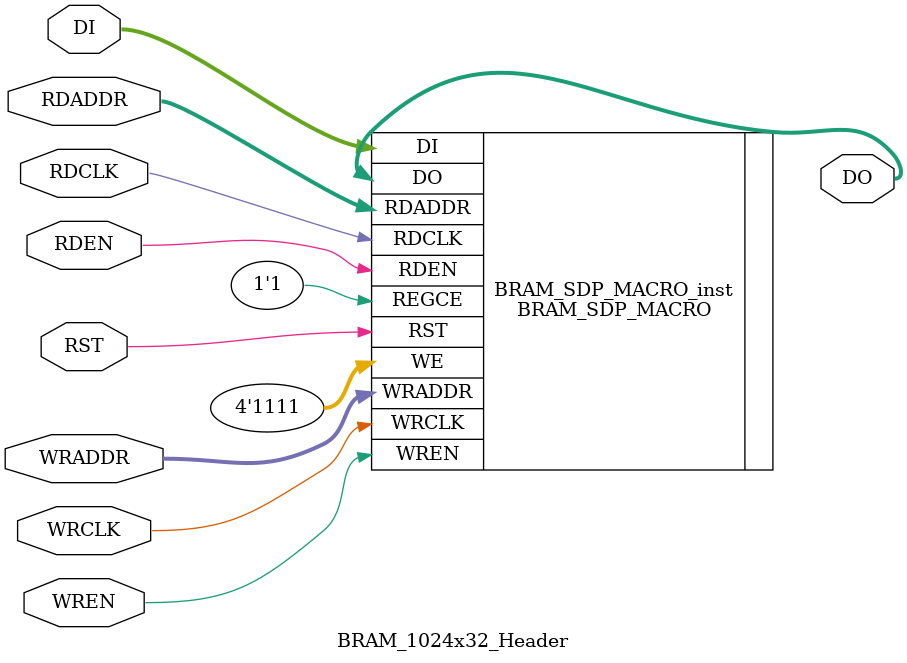
<source format=sv>


module BRAM_1024x32_Header(
    input  wire [31:0] DI,
    output logic [31:0] DO,
    input  wire  [9:0] RDADDR, WRADDR,
    input  wire RDCLK, WRCLK, RST,
    input  wire RDEN, WREN);


    ////////////////
    // BRAM SPECS //
    ////////////////

    ///////////////////////////////////////////////////////////////////////
    //  READ_WIDTH | BRAM_SIZE |  READ Depth | RDADDR Width |            //
    // WRITE_WIDTH |           | WRITE Depth | WRADDR Width |  WE Width  //
    // ============|===========|=============|==============|============//
    //    37-72    |   "36Kb"  |      512    |     9-bit    |    8-bit   //
    //    19-36    |   "36Kb"  |     1024    |    10-bit    |    4-bit   //
    //    19-36    |   "18Kb"  |      512    |     9-bit    |    4-bit   //
    //    10-18    |   "36Kb"  |     2048    |    11-bit    |    2-bit   //
    //    10-18    |   "18Kb"  |     1024    |    10-bit    |    2-bit   //
    //      5-9    |   "36Kb"  |     4096    |    12-bit    |    1-bit   //
    //      5-9    |   "18Kb"  |     2048    |    11-bit    |    1-bit   //
    //      3-4    |   "36Kb"  |     8192    |    13-bit    |    1-bit   //
    //      3-4    |   "18Kb"  |     4096    |    12-bit    |    1-bit   //
    //        2    |   "36Kb"  |    16384    |    14-bit    |    1-bit   //
    //        2    |   "18Kb"  |     8192    |    13-bit    |    1-bit   //
    //        1    |   "36Kb"  |    32768    |    15-bit    |    1-bit   //
    //        1    |   "18Kb"  |    16384    |    14-bit    |    1-bit   //
    ///////////////////////////////////////////////////////////////////////

    /////////////////////
    // BRAM PARAMETERS //
    /////////////////////

    BRAM_SDP_MACRO #(
    .BRAM_SIZE("36Kb"),             // Target BRAM, "18Kb" or "36Kb"
    .DEVICE("7SERIES"),             // Target device: "7SERIES"
    .WRITE_WIDTH(32),               // Valid values are 1-72 (37-72 only valid when BRAM_SIZE="36Kb")
    .READ_WIDTH(32),                // Valid values are 1-72 (37-72 only valid when BRAM_SIZE="36Kb")
    .DO_REG(0),                     // Optional output register (0 or 1)
    .INIT_FILE ("NONE"),            // Not sure what this is. I'll ignore it.
    .SIM_COLLISION_CHECK ("ALL"),   // "ALL", "WARNING_ONLY", "GENERATE_X_ONLY" or "NONE"
    .SRVAL(72'h000000000000000000), // Set/Reset value for port output
    .INIT(72'h000000000000000000),  // Initial values on output port
    .WRITE_MODE("READ_FIRST"),      // "READ_FIRST" for same or sync "WRITE_FIRST for async clocks
     ////////////////////
     // INITIAL VALUES //
     ////////////////////
    .INIT_00(256'h0000000000000000000000000000000000000000000000000000000000000000),
    .INIT_01(256'h0000000000000000000000000000000000000000000000000000000000000000),
    .INIT_02(256'h0000000000000000000000000000000000000000000000000000000000000000),
    .INIT_03(256'h0000000000000000000000000000000000000000000000000000000000000000),
    .INIT_04(256'h0000000000000000000000000000000000000000000000000000000000000000),
    .INIT_05(256'h0000000000000000000000000000000000000000000000000000000000000000),
    .INIT_06(256'h0000000000000000000000000000000000000000000000000000000000000000),
    .INIT_07(256'h0000000000000000000000000000000000000000000000000000000000000000),
    .INIT_08(256'h0000000000000000000000000000000000000000000000000000000000000000),
    .INIT_09(256'h0000000000000000000000000000000000000000000000000000000000000000),
    .INIT_0A(256'h0000000000000000000000000000000000000000000000000000000000000000),
    .INIT_0B(256'h0000000000000000000000000000000000000000000000000000000000000000),
    .INIT_0C(256'h0000000000000000000000000000000000000000000000000000000000000000),
    .INIT_0D(256'h0000000000000000000000000000000000000000000000000000000000000000),
    .INIT_0E(256'h0000000000000000000000000000000000000000000000000000000000000000),
    .INIT_0F(256'h0000000000000000000000000000000000000000000000000000000000000000),
    .INIT_10(256'h0000000000000000000000000000000000000000000000000000000000000000),
    .INIT_11(256'h0000000000000000000000000000000000000000000000000000000000000000),
    .INIT_12(256'h0000000000000000000000000000000000000000000000000000000000000000),
    .INIT_13(256'h0000000000000000000000000000000000000000000000000000000000000000),
    .INIT_14(256'h0000000000000000000000000000000000000000000000000000000000000000),
    .INIT_15(256'h0000000000000000000000000000000000000000000000000000000000000000),
    .INIT_16(256'h0000000000000000000000000000000000000000000000000000000000000000),
    .INIT_17(256'h0000000000000000000000000000000000000000000000000000000000000000),
    .INIT_18(256'h0000000000000000000000000000000000000000000000000000000000000000),
    .INIT_19(256'h0000000000000000000000000000000000000000000000000000000000000000),
    .INIT_1A(256'h0000000000000000000000000000000000000000000000000000000000000000),
    .INIT_1B(256'h0000000000000000000000000000000000000000000000000000000000000000),
    .INIT_1C(256'h0000000000000000000000000000000000000000000000000000000000000000),
    .INIT_1D(256'h0000000000000000000000000000000000000000000000000000000000000000),
    .INIT_1E(256'h0000000000000000000000000000000000000000000000000000000000000000),
    .INIT_1F(256'h0000000000000000000000000000000000000000000000000000000000000000),
    .INIT_20(256'h0000000000000000000000000000000000000000000000000000000000000000),
    .INIT_21(256'h0000000000000000000000000000000000000000000000000000000000000000),
    .INIT_22(256'h0000000000000000000000000000000000000000000000000000000000000000),
    .INIT_23(256'h0000000000000000000000000000000000000000000000000000000000000000),
    .INIT_24(256'h0000000000000000000000000000000000000000000000000000000000000000),
    .INIT_25(256'h0000000000000000000000000000000000000000000000000000000000000000),
    .INIT_26(256'h0000000000000000000000000000000000000000000000000000000000000000),
    .INIT_27(256'h0000000000000000000000000000000000000000000000000000000000000000),
    .INIT_28(256'h0000000000000000000000000000000000000000000000000000000000000000),
    .INIT_29(256'h0000000000000000000000000000000000000000000000000000000000000000),
    .INIT_2A(256'h0000000000000000000000000000000000000000000000000000000000000000),
    .INIT_2B(256'h0000000000000000000000000000000000000000000000000000000000000000),
    .INIT_2C(256'h0000000000000000000000000000000000000000000000000000000000000000),
    .INIT_2D(256'h0000000000000000000000000000000000000000000000000000000000000000),
    .INIT_2E(256'h0000000000000000000000000000000000000000000000000000000000000000),
    .INIT_2F(256'h0000000000000000000000000000000000000000000000000000000000000000),
    .INIT_30(256'h0000000000000000000000000000000000000000000000000000000000000000),
    .INIT_31(256'h0000000000000000000000000000000000000000000000000000000000000000),
    .INIT_32(256'h0000000000000000000000000000000000000000000000000000000000000000),
    .INIT_33(256'h0000000000000000000000000000000000000000000000000000000000000000),
    .INIT_34(256'h0000000000000000000000000000000000000000000000000000000000000000),
    .INIT_35(256'h0000000000000000000000000000000000000000000000000000000000000000),
    .INIT_36(256'h0000000000000000000000000000000000000000000000000000000000000000),
    .INIT_37(256'h0000000000000000000000000000000000000000000000000000000000000000),
    .INIT_38(256'h0000000000000000000000000000000000000000000000000000000000000000),
    .INIT_39(256'h0000000000000000000000000000000000000000000000000000000000000000),
    .INIT_3A(256'h0000000000000000000000000000000000000000000000000000000000000000),
    .INIT_3B(256'h0000000000000000000000000000000000000000000000000000000000000000),
    .INIT_3C(256'h0000000000000000000000000000000000000000000000000000000000000000),
    .INIT_3D(256'h0000000000000000000000000000000000000000000000000000000000000000),
    .INIT_3E(256'h0000000000000000000000000000000000000000000000000000000000000000),
    .INIT_3F(256'h0000000000000000000000000000000000000000000000000000000000000000),
    // The next set of INIT_xx are valid when configured as 36Kb
    .INIT_40(256'h0000000000000000000000000000000000000000000000000000000000000000),
    .INIT_41(256'h0000000000000000000000000000000000000000000000000000000000000000),
    .INIT_42(256'h0000000000000000000000000000000000000000000000000000000000000000),
    .INIT_43(256'h0000000000000000000000000000000000000000000000000000000000000000),
    .INIT_44(256'h0000000000000000000000000000000000000000000000000000000000000000),
    .INIT_45(256'h0000000000000000000000000000000000000000000000000000000000000000),
    .INIT_46(256'h0000000000000000000000000000000000000000000000000000000000000000),
    .INIT_47(256'h0000000000000000000000000000000000000000000000000000000000000000),
    .INIT_48(256'h0000000000000000000000000000000000000000000000000000000000000000),
    .INIT_49(256'h0000000000000000000000000000000000000000000000000000000000000000),
    .INIT_4A(256'h0000000000000000000000000000000000000000000000000000000000000000),
    .INIT_4B(256'h0000000000000000000000000000000000000000000000000000000000000000),
    .INIT_4C(256'h0000000000000000000000000000000000000000000000000000000000000000),
    .INIT_4D(256'h0000000000000000000000000000000000000000000000000000000000000000),
    .INIT_4E(256'h0000000000000000000000000000000000000000000000000000000000000000),
    .INIT_4F(256'h0000000000000000000000000000000000000000000000000000000000000000),
    .INIT_50(256'h0000000000000000000000000000000000000000000000000000000000000000),
    .INIT_51(256'h0000000000000000000000000000000000000000000000000000000000000000),
    .INIT_52(256'h0000000000000000000000000000000000000000000000000000000000000000),
    .INIT_53(256'h0000000000000000000000000000000000000000000000000000000000000000),
    .INIT_54(256'h0000000000000000000000000000000000000000000000000000000000000000),
    .INIT_55(256'h0000000000000000000000000000000000000000000000000000000000000000),
    .INIT_56(256'h0000000000000000000000000000000000000000000000000000000000000000),
    .INIT_57(256'h0000000000000000000000000000000000000000000000000000000000000000),
    .INIT_58(256'h0000000000000000000000000000000000000000000000000000000000000000),
    .INIT_59(256'h0000000000000000000000000000000000000000000000000000000000000000),
    .INIT_5A(256'h0000000000000000000000000000000000000000000000000000000000000000),
    .INIT_5B(256'h0000000000000000000000000000000000000000000000000000000000000000),
    .INIT_5C(256'h0000000000000000000000000000000000000000000000000000000000000000),
    .INIT_5D(256'h0000000000000000000000000000000000000000000000000000000000000000),
    .INIT_5E(256'h0000000000000000000000000000000000000000000000000000000000000000),
    .INIT_5F(256'h0000000000000000000000000000000000000000000000000000000000000000),
    .INIT_60(256'h0000000000000000000000000000000000000000000000000000000000000000),
    .INIT_61(256'h0000000000000000000000000000000000000000000000000000000000000000),
    .INIT_62(256'h0000000000000000000000000000000000000000000000000000000000000000),
    .INIT_63(256'h0000000000000000000000000000000000000000000000000000000000000000),
    .INIT_64(256'h0000000000000000000000000000000000000000000000000000000000000000),
    .INIT_65(256'h0000000000000000000000000000000000000000000000000000000000000000),
    .INIT_66(256'h0000000000000000000000000000000000000000000000000000000000000000),
    .INIT_67(256'h0000000000000000000000000000000000000000000000000000000000000000),
    .INIT_68(256'h0000000000000000000000000000000000000000000000000000000000000000),
    .INIT_69(256'h0000000000000000000000000000000000000000000000000000000000000000),
    .INIT_6A(256'h0000000000000000000000000000000000000000000000000000000000000000),
    .INIT_6B(256'h0000000000000000000000000000000000000000000000000000000000000000),
    .INIT_6C(256'h0000000000000000000000000000000000000000000000000000000000000000),
    .INIT_6D(256'h0000000000000000000000000000000000000000000000000000000000000000),
    .INIT_6E(256'h0000000000000000000000000000000000000000000000000000000000000000),
    .INIT_6F(256'h0000000000000000000000000000000000000000000000000000000000000000),
    .INIT_70(256'h0000000000000000000000000000000000000000000000000000000000000000),
    .INIT_71(256'h0000000000000000000000000000000000000000000000000000000000000000),
    .INIT_72(256'h0000000000000000000000000000000000000000000000000000000000000000),
    .INIT_73(256'h0000000000000000000000000000000000000000000000000000000000000000),
    .INIT_74(256'h0000000000000000000000000000000000000000000000000000000000000000),
    .INIT_75(256'h0000000000000000000000000000000000000000000000000000000000000000),
    .INIT_76(256'h0000000000000000000000000000000000000000000000000000000000000000),
    .INIT_77(256'h0000000000000000000000000000000000000000000000000000000000000000),
    .INIT_78(256'h0000000000000000000000000000000000000000000000000000000000000000),
    .INIT_79(256'h0000000000000000000000000000000000000000000000000000000000000000),
    .INIT_7A(256'h0000000000000000000000000000000000000000000000000000000000000000),
    .INIT_7B(256'h0000000000000000000000000000000000000000000000000000000000000000),
    .INIT_7C(256'h0000000000000000000000000000000000000000000000000000000000000000),
    .INIT_7D(256'h0000000000000000000000000000000000000000000000000000000000000000),
    .INIT_7E(256'h0000000000000000000000000000000000000000000000000000000000000000),
    .INIT_7F(256'h0000000000000000000000000000000000000000000000000000000000000000),
    // The next set of INITP_xx are forr the parity bits
    .INITP_00(256'h0000000000000000000000000000000000000000000000000000000000000000),
    .INITP_01(256'h0000000000000000000000000000000000000000000000000000000000000000),
    .INITP_02(256'h0000000000000000000000000000000000000000000000000000000000000000),
    .INITP_03(256'h0000000000000000000000000000000000000000000000000000000000000000),
    .INITP_04(256'h0000000000000000000000000000000000000000000000000000000000000000),
    .INITP_05(256'h0000000000000000000000000000000000000000000000000000000000000000),
    .INITP_06(256'h0000000000000000000000000000000000000000000000000000000000000000),
    .INITP_07(256'h0000000000000000000000000000000000000000000000000000000000000000),
    // The next set of INITP_xx are valid when configured as 36Kb
    .INITP_08(256'h0000000000000000000000000000000000000000000000000000000000000000),
    .INITP_09(256'h0000000000000000000000000000000000000000000000000000000000000000),
    .INITP_0A(256'h0000000000000000000000000000000000000000000000000000000000000000),
    .INITP_0B(256'h0000000000000000000000000000000000000000000000000000000000000000),
    .INITP_0C(256'h0000000000000000000000000000000000000000000000000000000000000000),
    .INITP_0D(256'h0000000000000000000000000000000000000000000000000000000000000000),
    .INITP_0E(256'h0000000000000000000000000000000000000000000000000000000000000000),
    .INITP_0F(256'h0000000000000000000000000000000000000000000000000000000000000000)

    ////////////////////////
    // BRAM INSTANTIATION //
    ////////////////////////

    ) BRAM_SDP_MACRO_inst (
    .DO(DO),         // Output read data port, width defined by READ_WIDTH parameter
    .DI(DI),         // Input write data port, width defined by WRITE_WIDTH parameter
    .RDADDR(RDADDR), // Input read address, width defined by read port depth
    .RDCLK(RDCLK),   // 1-bit input read clock
    .RDEN(RDEN),     // 1-bit input read port enable
    .REGCE(1'b1),    // 1-bit input read output register enable
    .RST(RST),       // 1-bit input reset
    .WE(4'b1111),    // Input write enable, width defined by write port depth
    .WRADDR(WRADDR), // Input write address, width defined by write port depth
    .WRCLK(WRCLK),   // 1-bit input write clock
    .WREN(WREN)      // 1-bit input write port enable
    );
    // End of BRAM_SDP_MACRO_inst instantiation

endmodule: BRAM_1024x32_Header
</source>
